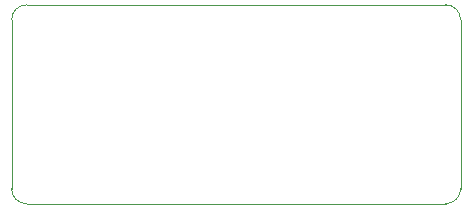
<source format=gbr>
%TF.GenerationSoftware,KiCad,Pcbnew,9.0.2*%
%TF.CreationDate,2025-08-14T21:49:21-07:00*%
%TF.ProjectId,natsys_conn1,6e617473-7973-45f6-936f-6e6e312e6b69,rev?*%
%TF.SameCoordinates,Original*%
%TF.FileFunction,Profile,NP*%
%FSLAX46Y46*%
G04 Gerber Fmt 4.6, Leading zero omitted, Abs format (unit mm)*
G04 Created by KiCad (PCBNEW 9.0.2) date 2025-08-14 21:49:21*
%MOMM*%
%LPD*%
G01*
G04 APERTURE LIST*
%TA.AperFunction,Profile*%
%ADD10C,0.050000*%
%TD*%
G04 APERTURE END LIST*
D10*
X161874200Y-101981000D02*
G75*
G02*
X160604200Y-103251000I-1270000J0D01*
G01*
X123850400Y-87680800D02*
G75*
G02*
X125120400Y-86410800I1270000J0D01*
G01*
X125120400Y-86410800D02*
X160604200Y-86410800D01*
X123850400Y-101981000D02*
X123850400Y-87680800D01*
X160604200Y-86410800D02*
G75*
G02*
X161874200Y-87680800I0J-1270000D01*
G01*
X160604200Y-103251000D02*
X125120400Y-103251000D01*
X161874200Y-87680800D02*
X161874200Y-101981000D01*
X125120400Y-103251000D02*
G75*
G02*
X123850400Y-101981000I0J1270000D01*
G01*
M02*

</source>
